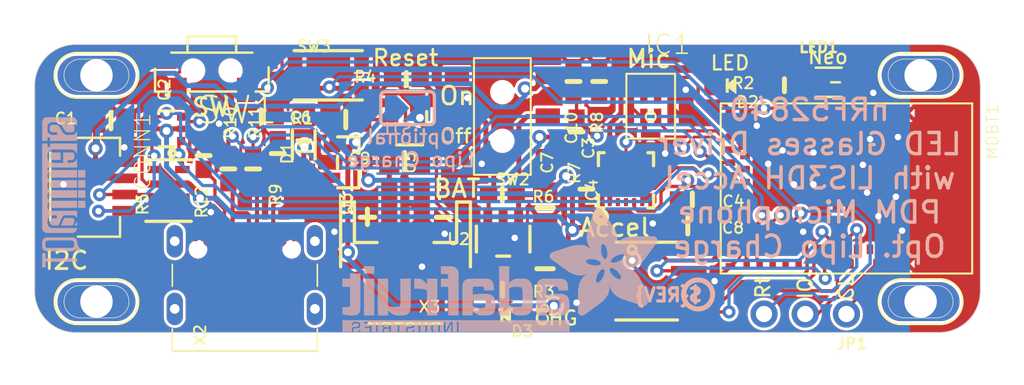
<source format=kicad_pcb>
(kicad_pcb (version 20221018) (generator pcbnew)
  (layers (0 "F.Cu" signal) (31 "B.Cu" signal) (34 "B.Paste" user) (35 "F.Paste" user) (36 "B.SilkS" user "B.Silkscreen") (37 "F.SilkS" user "F.Silkscreen") (38 "B.Mask" user) (39 "F.Mask" user) (44 "Edge.Cuts" user))
  (net 0 "")
  (net 1 "GND")
  (net 2 "VBUS")
  (net 3 "SWDIO")
  (net 4 "SWCLK")
  (net 5 "3.3V")
  (net 6 "RESET")
  (net 7 "VBAT")
  (net 8 "N$1")
  (net 9 "N$11")
  (net 10 "N$12")
  (net 11 "EN")
  (net 12 "USBD+")
  (net 13 "USBD-")
  (net 14 "VHI")
  (net 15 "SDA")
  (net 16 "SCL")
  (net 17 "VDIV")
  (net 18 "QSPI_SCK")
  (net 19 "QSPI_DATA1")
  (net 20 "QSPI_DATA2")
  (net 21 "QSPI_DATA3")
  (net 22 "QSPI_CS")
  (net 23 "QSPI_DATA0")
  (net 24 "NEOPIX")
  (net 25 "D+")
  (net 26 "D-")
  (net 27 "DCCH")
  (net 28 "LED1")
  (net 29 "N$5")
  (net 30 "SWITCH")
  (net 31 "N$2")
  (net 32 "CC2")
  (net 33 "CC1")
  (net 34 "MICC")
  (net 35 "MICD")
  (net 36 "VIN")
  (net 37 "LISIRQ")
  (net 38 "SDA_5V")
  (net 39 "SCL_5V")
  (footprint "working:SOIC8_150MIL" (layer "F.Cu") (at 157.0736 110.7186 -90)
    (fp_text reference "IC2" hide)
    (fp_text value "GD25Q16" hide)
  )
  (footprint "working:0603-NO" (layer "F.Cu") (at 154.1526 98.3996 -90)
    (fp_text reference "R8")
    (fp_text value "100K")
  )
  (footprint "working:SPST_TACTILE_RA" (layer "F.Cu") (at 130.2766 98.0186 180)
    (fp_text reference "SW1")
    (fp_text value "TACT_RA" hide)
  )
  (footprint "working:FIDUCIAL_1MM" (layer "F.Cu") (at 170.7261 96.8756)
    (fp_text reference "FID1" hide)
    (fp_text value "FIDUCIAL_1MM" hide)
  )
  (footprint "working:0603-NO" (layer "F.Cu") (at 148.1836 105.3846)
    (fp_text reference "R6")
    (fp_text value "100K")
  )
  (footprint "working:JST_SH4" (layer "F.Cu") (at 122.4026 104.8766 -90)
    (fp_text reference "CONN1")
    (fp_text value "STEMMA_I2C_QT" hide)
  )
  (footprint "working:0805-NO" (layer "F.Cu") (at 142.1638 103.2891 180)
    (fp_text reference "C9")
    (fp_text value "10uF")
  )
  (footprint "working:SLOT_4MM_PLATED" (layer "F.Cu") (at 173.9646 111.9886)
    (fp_text reference "U$14" hide)
    (fp_text value "MOUNTINGHOLE_SLOT4MM" hide)
    (fp_line (start -1 -1) (end 1 -1) (stroke (width 0.05)) (layer "Edge.Cuts"))
    (fp_line (start 1 1) (end -1 1) (stroke (width 0.05)) (layer "Edge.Cuts"))
    (fp_arc (start -2 0) (mid -1.707107 -0.707107) (end -1 -1) (stroke (width 0.05)) (layer "Edge.Cuts"))
    (fp_arc (start -1 1) (mid -1.707107 0.707107) (end -2 0) (stroke (width 0.05)) (layer "Edge.Cuts"))
    (fp_arc (start 1 -1) (mid 1.707107 -0.707107) (end 2 0) (stroke (width 0.05)) (layer "Edge.Cuts"))
    (fp_arc (start 2 0) (mid 1.707107 0.707107) (end 1 1) (stroke (width 0.05)) (layer "Edge.Cuts"))
  )
  (footprint "working:CHIPLED_0805_NOOUTLINE" (layer "F.Cu") (at 162.2806 98.6536 90)
    (fp_text reference "D2")
    (fp_text value "RED")
  )
  (footprint "working:SOT23-R" (layer "F.Cu") (at 138.684 103.3907 -90)
    (fp_text reference "Q3")
    (fp_text value "DMG2305")
  )
  (footprint "working:SLOT_4MM_PLATED" (layer "F.Cu") (at 173.9646 98.0186)
    (fp_text reference "U$16" hide)
    (fp_text value "MOUNTINGHOLE_SLOT4MM" hide)
    (fp_line (start -1 -1) (end 1 -1) (stroke (width 0.05)) (layer "Edge.Cuts"))
    (fp_line (start 1 1) (end -1 1) (stroke (width 0.05)) (layer "Edge.Cuts"))
    (fp_arc (start -2 0) (mid -1.707107 -0.707107) (end -1 -1) (stroke (width 0.05)) (layer "Edge.Cuts"))
    (fp_arc (start -1 1) (mid -1.707107 0.707107) (end -2 0) (stroke (width 0.05)) (layer "Edge.Cuts"))
    (fp_arc (start 1 -1) (mid 1.707107 -0.707107) (end 2 0) (stroke (width 0.05)) (layer "Edge.Cuts"))
    (fp_arc (start 2 0) (mid 1.707107 0.707107) (end 1 1) (stroke (width 0.05)) (layer "Edge.Cuts"))
  )
  (footprint "working:0603-NO" (layer "F.Cu") (at 134.3406 102.8446 -90)
    (fp_text reference "R9")
    (fp_text value "5.1K")
  )
  (footprint "working:USB_C_CUSB31-CFM2AX-01-X" (layer "F.Cu") (at 132.3086 111.2266)
    (fp_text reference "X2")
    (fp_text value "USBC")
  )
  (footprint "working:0603-NO" (layer "F.Cu") (at 152.7556 101.5111 -90)
    (fp_text reference "R7")
    (fp_text value "100K")
  )
  (footprint "working:FIDUCIAL_1MM" (layer "F.Cu") (at 125.6411 109.0041)
    (fp_text reference "FID2" hide)
    (fp_text value "FIDUCIAL_1MM" hide)
  )
  (footprint "working:0805-NO" (layer "F.Cu") (at 150.8125 109.9566 -90)
    (fp_text reference "C5")
    (fp_text value "10uF")
  )
  (footprint "working:SOT23-5" (layer "F.Cu") (at 148.2344 108.1278 180)
    (fp_text reference "U2")
    (fp_text value "AP2112(3.3V)")
  )
  (footprint "working:0805-NO" (layer "F.Cu") (at 124.0536 100.8126 180)
    (fp_text reference "C1")
    (fp_text value "10uF")
  )
  (footprint "working:SOT363" (layer "F.Cu") (at 127.4826 101.3206 90)
    (fp_text reference "Q2")
    (fp_text value "BSS138")
  )
  (footprint "working:CHIPLED_0805_NOOUTLINE" (layer "F.Cu") (at 148.3868 112.8014 90)
    (fp_text reference "D3")
    (fp_text value "ORANGE")
  )
  (footprint "working:0603-NO" (layer "F.Cu") (at 132.8166 103.7971 90)
    (fp_text reference "R11")
    (fp_text value "22")
  )
  (footprint "working:SOT23-5" (layer "F.Cu") (at 142.4686 100.6602 -90)
    (fp_text reference "U3")
    (fp_text value "MCP73831T-2ACI/OT")
  )
  (footprint "working:0603-NO" (layer "F.Cu") (at 131.2926 103.7971 90)
    (fp_text reference "R10")
    (fp_text value "22")
  )
  (footprint "working:SPK0415HM4H" (layer "F.Cu") (at 157.3276 99.9236 180)
    (fp_text reference "IC1")
    (fp_text value "MIC_PDM_SPK0415")
  )
  (footprint "working:SOD-123" (layer "F.Cu") (at 135.9408 102.3112 90)
    (fp_text reference "D1")
    (fp_text value "MBR120")
  )
  (footprint "working:0603-NO" (layer "F.Cu") (at 159.893 105.6767)
    (fp_text reference "C4")
    (fp_text value "0.1uF")
  )
  (footprint "working:SK6805_1515" (layer "F.Cu") (at 168.2938 98.4488)
    (fp_text reference "LED1")
    (fp_text value "WS2812B_SK6805_1515")
  )
  (footprint "working:EG1390" (layer "F.Cu") (at 148.1836 100.5586 90)
    (fp_text reference "SW2")
    (fp_text value "EG11")
  )
  (footprint "working:0805-NO" (layer "F.Cu") (at 159.6136 107.3023)
    (fp_text reference "C8")
    (fp_text value "10uF")
  )
  (footprint "working:SLOT_4MM_PLATED" (layer "F.Cu") (at 123.1646 111.9886)
    (fp_text reference "U$12" hide)
    (fp_text value "MOUNTINGHOLE_SLOT4MM" hide)
    (fp_line (start -1 -1) (end 1 -1) (stroke (width 0.05)) (layer "Edge.Cuts"))
    (fp_line (start 1 1) (end -1 1) (stroke (width 0.05)) (layer "Edge.Cuts"))
    (fp_arc (start -2 0) (mid -1.707107 -0.707107) (end -1 -1) (stroke (width 0.05)) (layer "Edge.Cuts"))
    (fp_arc (start -1 1) (mid -1.707107 0.707107) (end -2 0) (stroke (width 0.05)) (layer "Edge.Cuts"))
    (fp_arc (start 1 -1) (mid 1.707107 -0.707107) (end 2 0) (stroke (width 0.05)) (layer "Edge.Cuts"))
    (fp_arc (start 2 0) (mid 1.707107 0.707107) (end 1 1) (stroke (width 0.05)) (layer "Edge.Cuts"))
  )
  (footprint "working:0805-NO" (layer "F.Cu") (at 150.8252 106.1974 90)
    (fp_text reference "C7")
    (fp_text value "10uF")
  )
  (footprint "working:1X03_ROUND" (layer "F.Cu") (at 166.8526 112.7506 180)
    (fp_text reference "JP1")
    (fp_text value "")
  )
  (footprint "working:RESPACK_4X0603" (layer "F.Cu") (at 127.6096 105.1306 90)
    (fp_text reference "R5")
    (fp_text value "10K")
  )
  (footprint "working:JSTPH2_BATT" (layer "F.Cu") (at 142.2146 110.3376 180)
    (fp_text reference "X3")
    (fp_text value "JSTPH")
  )
  (footprint "working:0603-NO" (layer "F.Cu") (at 153.3652 105.0417 90)
    (fp_text reference "C3")
    (fp_text value "0.1uF")
  )
  (footprint "working:0805-NO" (layer "F.Cu") (at 138.5316 100.7491 180)
    (fp_text reference "C6")
    (fp_text value "10uF")
  )
  (footprint "working:SLOT_4MM_PLATED" (layer "F.Cu") (at 123.1646 98.0186)
    (fp_text reference "U$10" hide)
    (fp_text value "MOUNTINGHOLE_SLOT4MM" hide)
    (fp_line (start -1 -1) (end 1 -1) (stroke (width 0.05)) (layer "Edge.Cuts"))
    (fp_line (start 1 1) (end -1 1) (stroke (width 0.05)) (layer "Edge.Cuts"))
    (fp_arc (start -2 0) (mid -1.707107 -0.707107) (end -1 -1) (stroke (width 0.05)) (layer "Edge.Cuts"))
    (fp_arc (start -1 1) (mid -1.707107 0.707107) (end -2 0) (stroke (width 0.05)) (layer "Edge.Cuts"))
    (fp_arc (start 1 -1) (mid 1.707107 -0.707107) (end 2 0) (stroke (width 0.05)) (layer "Edge.Cuts"))
    (fp_arc (start 2 0) (mid 1.707107 0.707107) (end 1 1) (stroke (width 0.05)) (layer "Edge.Cuts"))
  )
  (footprint "working:LGA16_3X3MM" (layer "F.Cu") (at 155.8036 104.4956 90)
    (fp_text reference "IC4")
    (fp_text value "LIS3DH")
  )
  (footprint "working:0603-NO" (layer "F.Cu") (at 133.3246 100.5586)
    (fp_text reference "R1")
    (fp_text value "100K")
  )
  (footprint "working:0603-NO" (layer "F.Cu") (at 142.2654 98.2472 180)
    (fp_text reference "R4")
    (fp_text value "5.1K")
  )
  (footprint "working:0603-NO" (layer "F.Cu") (at 129.7686 102.9716 -90)
    (fp_text reference "R12")
    (fp_text value "5.1K")
  )
  (footprint "working:MDBT50" (layer "F.Cu") (at 169.3926 105.0036 -90)
    (fp_text reference "MDBT1")
    (fp_text value "MDBT50")
  )
  (footprint "working:0603-NO" (layer "F.Cu") (at 165.5699 98.6282 180)
    (fp_text reference "R2")
    (fp_text value "1K")
  )
  (footprint "working:0603-NO" (layer "F.Cu") (at 148.1963 111.252)
    (fp_text reference "R3")
    (fp_text value "1K")
  )
  (footprint "working:0603-NO" (layer "F.Cu") (at 152.5651 98.3996 -90)
    (fp_text reference "C10")
    (fp_text value "0.1uF")
  )
  (footprint "working:BTN_KMR2_4.6X2.8" (layer "F.Cu") (at 137.4521 98.0186)
    (fp_text reference "SW3")
    (fp_text value "KMR2")
  )
  (footprint "working:STEMMAQT" (layer "B.Cu") (at 122.4661 100.6221 -90)
    (fp_text reference "U$28" hide)
    (fp_text value "" hide)
  )
  (footprint "working:SOLDERJUMPER_ARROW_NOPASTE" (layer "B.Cu") (at 142.3416 100.0506)
    (fp_text reference "SJ1")
    (fp_text value "")
  )
  (footprint "working:PCBFEAT-REV-040" (layer "B.Cu") (at 160.2486 111.5441 180)
    (fp_text reference "U$63" hide)
    (fp_text value "" hide)
  )
  (footprint "working:ADAFRUIT_TEXT_20MM" (layer "B.Cu") (at 157.8991 113.8301 180)
    (fp_text reference "U$37" hide)
    (fp_text value "" hide)
  )
  (gr_arc (start 119.3546 98.6536) (mid 120.098549 96.857549) (end 121.8946 96.1136) (stroke (width 0.05)) (layer "Edge.Cuts"))
  (gr_arc (start 175.1076 96.1136) (mid 176.903651 96.857549) (end 177.6476 98.6536) (stroke (width 0.05)) (layer "Edge.Cuts"))
  (gr_line (start 175.1076 96.1136) (end 121.8946 96.1136) (stroke (width 0.05)) (layer "Edge.Cuts"))
  (gr_line (start 121.8946 113.8936) (end 175.1076 113.8936) (stroke (width 0.05)) (layer "Edge.Cuts"))
  (gr_arc (start 121.8946 113.8936) (mid 120.098549 113.149651) (end 119.3546 111.3536) (stroke (width 0.05)) (layer "Edge.Cuts"))
  (gr_line (start 119.3546 98.6536) (end 119.3546 111.3536) (stroke (width 0.05)) (layer "Edge.Cuts"))
  (gr_line (start 177.6476 111.3536) (end 177.6476 98.6536) (stroke (width 0.05)) (layer "Edge.Cuts"))
  (gr_arc (start 177.6476 111.3536) (mid 176.903651 113.149651) (end 175.1076 113.8936) (stroke (width 0.05)) (layer "Edge.Cuts"))
  (gr_text "Optional\nLipo Charge" (at 142.5321 102.5271) (layer "B.SilkS") (effects (font (size 0.87376 0.87376) (thickness 0.14224)) (justify mirror)))
  (gr_text "nRF52840\nLED Glasses Driver\nwith LIS3DH Accel\nPDM Microphone\nOpt. Lipo Charge" (at 167.1066 104.3686) (layer "B.SilkS") (effects (font (size 1.31064 1.31064) (thickness 0.21336)) (justify mirror)))
  (gr_text "LED" (at 162.2171 97.2566) (layer "F.SilkS") (effects (font (size 0.87376 0.87376) (thickness 0.14224))))
  (gr_text "IO" (at 166.8526 111.1631 90) (layer "F.SilkS") (effects (font (size 0.87376 0.87376) (thickness 0.14224))))
  (gr_text "I2C" (at 121.3231 109.4486) (layer "F.SilkS") (effects (font (size 1.0922 1.0922) (thickness 0.1778))))
  (gr_text "Neo" (at 168.2496 96.8756) (layer "F.SilkS") (effects (font (size 0.87376 0.87376) (thickness 0.14224))))
  (gr_text "On" (at 145.3896 99.2886) (layer "F.SilkS") (effects (font (size 1.0922 1.0922) (thickness 0.1778))))
  (gr_text "BAT" (at 145.3896 105.0036) (layer "F.SilkS") (effects (font (size 1.0922 1.0922) (thickness 0.1778))))
  (gr_text "SW" (at 130.2131 99.9871) (layer "F.SilkS") (effects (font (size 1.0922 1.0922) (thickness 0.1778))))
  (gr_text "CL" (at 169.3926 111.1631 90) (layer "F.SilkS") (effects (font (size 0.87376 0.87376) (thickness 0.14224))))
  (gr_text "Mic" (at 157.2006 97.0026) (layer "F.SilkS") (effects (font (size 1.0922 1.0922) (thickness 0.1778))))
  (gr_text "Reset" (at 142.2146 96.9391) (layer "F.SilkS") (effects (font (size 0.98298 0.98298) (thickness 0.16002))))
  (gr_text "Accel" (at 155.1051 107.4166) (layer "F.SilkS") (effects (font (size 1.0922 1.0922) (thickness 0.1778))))
  (gr_text "Off" (at 145.3261 101.7651) (layer "F.SilkS") (effects (font (size 0.87376 0.87376) (thickness 0.14224))))
  (gr_text "Rt" (at 164.2491 111.0996 90) (layer "F.SilkS") (effects (font (size 0.87376 0.87376) (thickness 0.14224))))
  (gr_text "CHG" (at 151.4856 113.0046) (layer "F.SilkS") (effects (font (size 0.87376 0.87376) (thickness 0.14224))))
  (segment (start 139.6692 99.548) (end 140.131331 99.548) (width 0.2032) (layer "F.Cu") (net 1))
  (segment (start 141.1685 100.6602) (end 141.0796 100.7491) (width 0.2032) (layer "F.Cu") (net 1))
  (segment (start 140.1826 99.5426) (end 140.2891 99.4361) (width 0.2032) (layer "F.Cu") (net 1))
  (segment (start 156.8036 105.8456) (end 156.8036 105.53955) (width 0.2032) (layer "F.Cu") (net 1))
  (segment (start 156.9466 101.5746) (end 156.9466 102.1216) (width 0.2032) (layer "F.Cu") (net 1))
  (segment (start 156.3036 103.1456) (end 156.3036 103.6146) (width 0.2032) (layer "F.Cu") (net 1))
  (segment (start 140.136731 99.5426) (end 140.1826 99.5426) (width 0.2032) (layer "F.Cu") (net 1))
  (segment (start 155.2956 103.7336) (end 155.2956 103.1536) (width 0.2032) (layer "F.Cu") (net 1))
  (segment (start 156.9466 101.5746) (end 157.3276 101.5746) (width 0.2032) (layer "F.Cu") (net 1))
  (segment (start 149.2393 107.7579) (end 149.596175 107.7579) (width 0.3048) (layer "F.Cu") (net 1))
  (segment (start 141.0796 100.7491) (end 139.4816 100.7491) (width 0.2032) (layer "F.Cu") (net 1))
  (segment (start 156.8196 104.4956) (end 156.5656 104.7496) (width 0.2032) (layer "F.Cu") (net 1))
  (segment (start 139.4816 100.7491) (end 139.5476 100.6831) (width 0.2032) (layer "F.Cu") (net 1))
  (segment (start 159.043 105.6767) (end 159.043 106.9229) (width 0.2032) (layer "F.Cu") (net 1))
  (segment (start 156.0576 103.8606) (end 155.4226 103.8606) (width 0.2032) (layer "F.Cu") (net 1))
  (segment (start 155.2956 103.1536) (end 155.3036 103.1456) (width 0.2032) (layer "F.Cu") (net 1))
  (segment (start 156.9466 102.1216) (end 156.3036 102.7646) (width 0.2032) (layer "F.Cu") (net 1))
  (segment (start 167.7938 97.9988) (end 167.3408 97.9988) (width 0.2032) (layer "F.Cu") (net 1))
  (segment (start 156.9026 100.5486) (end 156.7026 100.5486) (width 0.2032) (layer "F.Cu") (net 1))
  (segment (start 157.549662 104.4528) (end 158.2166 103.785863) (width 0.2032) (layer "F.Cu") (net 1))
  (segment (start 156.9466 100.5926) (end 156.9466 101.5746) (width 0.3048) (layer "F.Cu") (net 1))
  (segment (start 149.596175 107.7579) (end 150.206675 107.1474) (width 0.3048) (layer "F.Cu") (net 1))
  (segment (start 139.5476 99.6696) (end 139.6692 99.548) (width 0.2032) (layer "F.Cu") (net 1))
  (segment (start 166.9796 97.6376) (end 161.1376 97.6376) (width 0.2032) (layer "F.Cu") (net 1))
  (segment (start 132.4746 100.5586) (end 132.6896 100.5586) (width 0.2032) (layer "F.Cu") (net 1))
  (segment (start 158.2166 103.785863) (end 158.2166 102.8446) (width 0.2032) (layer "F.Cu") (net 1))
  (segment (start 129.1086 107.6816) (end 129.1086 106.9336) (width 0.3048) (layer "F.Cu") (net 1))
  (segment (start 156.7026 100.5486) (end 156.0776 99.9236) (width 0.2032) (layer "F.Cu") (net 1))
  (segment (start 157.1536 104.4956) (end 157.1964 104.4528) (width 0.2032) (layer "F.Cu") (net 1))
  (segment (start 129.1086 106.9336) (end 129.5781 106.4641) (width 0.3048) (layer "F.Cu") (net 1))
  (segment (start 148.9456 108.0516) (end 149.2393 107.7579) (width 0.3048) (layer "F.Cu") (net 1))
  (segment (start 156.8196 104.4956) (end 157.1536 104.4956) (width 0.2032) (layer "F.Cu") (net 1))
  (segment (start 156.3036 103.1456) (end 156.3036 102.7646) (width 0.2032) (layer "F.Cu") (net 1))
  (segment (start 156.3036 103.6146) (end 156.0576 103.8606) (width 0.2032) (layer "F.Cu") (net 1))
  (segment (start 140.131331 99.548) (end 140.136731 99.5426) (width 0.2032) (layer "F.Cu") (net 1))
  (segment (start 155.4226 103.8606) (end 155.2956 103.7336) (width 0.2032) (layer "F.Cu") (net 1))
  (segment (start 167.3408 97.9988) (end 166.9796 97.6376) (width 0.2032) (layer "F.Cu") (net 1))
  (segment (start 159.043 106.9229) (end 158.6636 107.3023) (width 0.2032) (layer "F.Cu") (net 1))
  (segment (start 132.6896 100.5586) (end 134.1256 101.9946) (width 0.2032) (layer "F.Cu") (net 1))
  (segment (start 139.5476 100.6831) (end 139.5476 99.6696) (width 0.2032) (layer "F.Cu") (net 1))
  (segment (start 129.5781 106.4641) (end 130.2131 106.4641) (width 0.3048) (layer "F.Cu") (net 1))
  (segment (start 157.1964 104.4528) (end 157.549662 104.4528) (width 0.2032) (layer "F.Cu") (net 1))
  (segment (start 157.3276 101.5746) (end 157.3276 101.6736) (width 0.2032) (layer "F.Cu") (net 1))
  (segment (start 150.206675 107.1474) (end 150.8252 107.1474) (width 0.3048) (layer "F.Cu") (net 1))
  (segment (start 158.2166 102.5626) (end 158.2166 102.8446) (width 0.2032) (layer "F.Cu") (net 1))
  (segment (start 161.1376 97.6376) (end 161.1376 98.5606) (width 0.2032) (layer "F.Cu") (net 1))
  (segment (start 134.1256 101.9946) (end 134.3406 101.9946) (width 0.2032) (layer "F.Cu") (net 1))
  (segment (start 156.5656 105.30155) (end 156.5656 104.7496) (width 0.2032) (layer "F.Cu") (net 1))
  (segment (start 157.3276 101.6736) (end 158.2166 102.5626) (width 0.2032) (layer "F.Cu") (net 1))
  (segment (start 161.1376 98.5606) (end 161.2306 98.6536) (width 0.2032) (layer "F.Cu") (net 1))
  (segment (start 156.9026 100.5486) (end 156.9466 100.5926) (width 0.3048) (layer "F.Cu") (net 1))
  (segment (start 156.8036 105.53955) (end 156.5656 105.30155) (width 0.2032) (layer "F.Cu") (net 1))
  (via (at 148.9456 108.0516) (size 0.8064) (drill 0.4) (layers "F.Cu" "B.Cu") (net 1))
  (via (at 163.8681 101.1301) (size 0.8064) (drill 0.4) (layers "F.Cu" "B.Cu") (net 1))
  (via (at 172.8216 107.6071) (size 0.8064) (drill 0.4) (layers "F.Cu" "B.Cu") (net 1))
  (via (at 137.8331 107.6706) (size 0.8064) (drill 0.4) (layers "F.Cu" "B.Cu") (net 1))
  (via (at 159.4866 98.9076) (size 0.8064) (drill 0.4) (layers "F.Cu" "B.Cu") (net 1))
  (via (at 121.1326 104.7496) (size 0.8064) (drill 0.4) (layers "F.Cu" "B.Cu") (net 1))
  (via (at 166.7256 107.6706) (size 0.8064) (drill 0.4) (layers "F.Cu" "B.Cu") (net 1))
  (via (at 143.2306 109.8296) (size 0.8064) (drill 0.4) (layers "F.Cu" "B.Cu") (net 1))
  (via (at 172.5676 101.8286) (size 0.8064) (drill 0.4) (layers "F.Cu" "B.Cu") (net 1))
  (via (at 130.2131 106.4641) (size 0.8064) (drill 0.4) (layers "F.Cu" "B.Cu") (net 1))
  (via (at 170.8531 101.9556) (size 0.8064) (drill 0.4) (layers "F.Cu" "B.Cu") (net 1))
  (via (at 165.4556 102.6541) (size 0.8064) (drill 0.4) (layers "F.Cu" "B.Cu") (net 1))
  (via (at 146.9136 103.4796) (size 0.8064) (drill 0.4) (layers "F.Cu" "B.Cu") (net 1))
  (via (at 170.6626 105.2576) (size 0.8064) (drill 0.4) (layers "F.Cu" "B.Cu") (net 1))
  (via (at 152.7556 112.0521) (size 0.8064) (drill 0.4) (layers "F.Cu" "B.Cu") (net 1))
  (via (at 161.2646 110.7186) (size 0.8064) (drill 0.4) (layers "F.Cu" "B.Cu") (net 1))
  (via (at 144.6276 107.7976) (size 0.8064) (drill 0.4) (layers "F.Cu" "B.Cu") (net 1))
  (via (at 130.7211 101.0031) (size 0.8064) (drill 0.4) (layers "F.Cu" "B.Cu") (net 1))
  (via (at 166.1541 104.7496) (size 0.8064) (drill 0.4) (layers "F.Cu" "B.Cu") (net 1))
  (via (at 167.3606 104.7496) (size 0.8064) (drill 0.4) (layers "F.Cu" "B.Cu") (net 1))
  (via (at 171.0436 99.0981) (size 0.8064) (drill 0.4) (layers "F.Cu" "B.Cu") (net 1))
  (via (at 167.3606 102.7811) (size 0.8064) (drill 0.4) (layers "F.Cu" "B.Cu") (net 1))
  (via (at 164.5666 103.4796) (size 0.8064) (drill 0.4) (layers "F.Cu" "B.Cu") (net 1))
  (via (at 124.8791 102.4636) (size 0.8064) (drill 0.4) (layers "F.Cu" "B.Cu") (net 1))
  (via (at 171.3611 106.7181) (size 0.8064) (drill 0.4) (layers "F.Cu" "B.Cu") (net 1))
  (via (at 157.4546 107.1626) (size 0.8064) (drill 0.4) (layers "F.Cu" "B.Cu") (net 1))
  (via (at 158.2166 102.8446) (size 0.8064) (drill 0.4) (layers "F.Cu" "B.Cu") (net 1))
  (via (at 146.0246 99.4156) (size 0.8064) (drill 0.4) (layers "F.Cu" "B.Cu") (net 1))
  (via (at 172.4406 105.5116) (size 0.8064) (drill 0.4) (layers "F.Cu" "B.Cu") (net 1))
  (via (at 170.4086 103.5431) (size 0.8064) (drill 0.4) (layers "F.Cu" "B.Cu") (net 1))
  (segment (start 137.684 100.8515) (end 137.684 102.4407) (width 0.3048) (layer "F.Cu") (net 2))
  (segment (start 157.8356 108.9406) (end 157.2006 108.9406) (width 0.3048) (layer "F.Cu") (net 2))
  (segment (start 134.7086 107.6816) (end 134.7086 108.3166) (width 0.3048) (layer "F.Cu") (net 2))
  (segment (start 138.6586 108.9406) (end 138.6586 102.7176) (width 0.3048) (layer "F.Cu") (net 2))
  (segment (start 129.9086 108.3186) (end 131.1656 109.5756) (width 0.3048) (layer "F.Cu") (net 2))
  (segment (start 149.4368 112.8014) (end 150.7998 112.8014) (width 0.3048) (layer "F.Cu") (net 2))
  (segment (start 137.5816 100.7491) (end 137.684 100.8515) (width 0.3048) (layer "F.Cu") (net 2))
  (segment (start 162.2426 109.0036) (end 161.5826 109.0036) (width 0.3048) (layer "F.Cu") (net 2))
  (segment (start 138.1506 108.9406) (end 137.1346 109.9566) (width 0.3048) (layer "F.Cu") (net 2))
  (segment (start 158.3436 109.4486) (end 157.8356 108.9406) (width 0.254) (layer "F.Cu") (net 2))
  (segment (start 157.2006 108.9406) (end 156.3116 108.0516) (width 0.3048) (layer "F.Cu") (net 2))
  (segment (start 152.8826 108.4326) (end 152.8826 110.8456) (width 0.3048) (layer "F.Cu") (net 2))
  (segment (start 138.7856 102.5271) (end 138.7856 102.4636) (width 0.3048) (layer "F.Cu") (net 2))
  (segment (start 138.6586 108.9406) (end 138.1506 108.9406) (width 0.3048) (layer "F.Cu") (net 2))
  (segment (start 156.3116 108.0516) (end 153.2636 108.0516) (width 0.3048) (layer "F.Cu") (net 2))
  (segment (start 133.4516 109.5756) (end 134.7086 108.3186) (width 0.3048) (layer "F.Cu") (net 2))
  (segment (start 139.1666 102.1461) (end 138.7856 102.5271) (width 0.3048) (layer "F.Cu") (net 2))
  (segment (start 134.9516 109.9566) (end 134.3276 109.3326) (width 0.3048) (layer "F.Cu") (net 2))
  (segment (start 136.2287 100.7491) (end 137.5816 100.7491) (width 0.3048) (layer "F.Cu") (net 2))
  (segment (start 135.8434 100.5586) (end 135.9408 100.4612) (width 0.3048) (layer "F.Cu") (net 2))
  (segment (start 150.7998 112.8014) (end 151.3586 112.2426) (width 0.3048) (layer "F.Cu") (net 2))
  (segment (start 137.1346 109.9566) (end 134.9516 109.9566) (width 0.3048) (layer "F.Cu") (net 2))
  (segment (start 134.3276 108.6976) (end 134.3276 109.3326) (width 0.3048) (layer "F.Cu") (net 2))
  (segment (start 138.7856 102.5906) (end 138.6586 102.7176) (width 0.3048) (layer "F.Cu") (net 2))
  (segment (start 131.1656 109.5756) (end 133.4516 109.5756) (width 0.3048) (layer "F.Cu") (net 2))
  (segment (start 135.9408 100.4612) (end 136.2287 100.7491) (width 0.3048) (layer "F.Cu") (net 2))
  (segment (start 138.7856 102.4636) (end 138.7627 102.4407) (width 0.3048) (layer "F.Cu") (net 2))
  (segment (start 152.8826 110.8456) (end 151.4856 112.2426) (width 0.3048) (layer "F.Cu") (net 2))
  (segment (start 134.7086 108.3186) (end 134.7086 107.6816) (width 0.3048) (layer "F.Cu") (net 2))
  (segment (start 134.7086 108.3166) (end 134.3276 108.6976) (width 0.3048) (layer "F.Cu") (net 2))
  (segment (start 161.5826 109.0036) (end 161.2646 109.3216) (width 0.3048) (layer "F.Cu") (net 2))
  (segment (start 151.3586 112.2426) (end 151.4856 112.2426) (width 0.3048) (layer "F.Cu") (net 2))
  (segment (start 153.2636 108.0516) (end 152.8826 108.4326) (width 0.3048) (layer "F.Cu") (net 2))
  (segment (start 161.1376 109.4486) (end 158.3436 109.4486) (width 0.254) (layer "F.Cu") (net 2))
  (segment (start 161.2646 109.3216) (end 161.1376 109.4486) (width 0.254) (layer "F.Cu") (net 2))
  (segment (start 138.7856 102.5906) (end 138.7856 102.5271) (width 0.3048) (layer "F.Cu") (net 2))
  (segment (start 138.7627 102.4407) (end 137.684 102.4407) (width 0.3048) (layer "F.Cu") (net 2))
  (segment (start 134.1746 100.5586) (end 135.8434 100.5586) (width 0.3048) (layer "F.Cu") (net 2))
  (segment (start 129.9086 107.6816) (end 129.9086 108.3186) (width 0.3048) (layer "F.Cu") (net 2))
  (via (at 138.6586 108.9406) (size 0.889) (drill 0.4826) (layers "F.Cu" "B.Cu") (net 2))
  (via (at 139.1666 102.1461) (size 0.889) (drill 0.4826) (layers "F.Cu" "B.Cu") (net 2))
  (via (at 151.3586 112.2426) (size 0.889) (drill 0.4826) (layers "F.Cu" "B.Cu") (net 2))
  (segment (start 138.6586 109.3216) (end 138.6586 108.9406) (width 0.3048) (layer "B.Cu") (net 2))
  (segment (start 141.5796 112.2426) (end 138.6586 109.3216) (width 0.3048) (layer "B.Cu") (net 2))
  (segment (start 139.476628 102.1461) (end 139.1666 102.1461) (width 0.3048) (layer "B.Cu") (net 2))
  (segment (start 141.3256 100.0506) (end 139.476628 102.1461) (width 0.3048) (layer "B.Cu") (net 2))
  (segment (start 151.3586 112.2426) (end 141.5796 112.2426) (width 0.3048) (layer "B.Cu") (net 2))
  (segment (start 169.7966 111.0996) (end 169.5196 111.0996) (width 0.2032) (layer "F.Cu") (net 3))
  (segment (start 171.2426 109.6536) (end 169.7966 111.0996) (width 0.2032) (layer "F.Cu") (net 3))
  (segment (start 169.5196 111.0996) (end 168.8846 111.7346) (width 0.2032) (layer "F.Cu") (net 3))
  (segment (start 168.6306 111.7346) (end 167.6146 112.7506) (width 0.2032) (layer "F.Cu") (net 3))
  (segment (start 166.8526 112.7506) (end 167.6146 112.7506) (width 0.2032) (layer "F.Cu") (net 3))
  (segment (start 168.8846 111.7346) (end 168.6306 111.7346) (width 0.2032) (layer "F.Cu") (net 3))
  (segment (start 172.0426 109.78465) (end 169.361625 112.465625) (width 0.2032) (layer "F.Cu") (net 4))
  (segment (start 172.0426 109.6536) (end 172.0426 109.78465) (width 0.2032) (layer "F.Cu") (net 4))
  (segment (start 169.3926 112.7506) (end 169.361625 112.719625) (width 0.2032) (layer "F.Cu") (net 4))
  (segment (start 169.361625 112.719625) (end 169.361625 112.465625) (width 0.2032) (layer "F.Cu") (net 4))
  (segment (start 127.6096 101.3206) (end 127.4826 101.4476) (width 0.3048) (layer "F.Cu") (net 5))
  (segment (start 154.4536 104.4956) (end 154.4536 104.9956) (width 0.3048) (layer "F.Cu") (net 5))
  (segment (start 157.1536 103.9956) (end 156.6046 103.9956) (width 0.3048) (layer "F.Cu") (net 5))
  (segment (start 155.9941 97.9551) (end 155.497 98.4522) (width 0.3048) (layer "F.Cu") (net 5))
  (segment (start 169.4923 97.0661) (end 156.8831 97.0661) (width 0.3048) (layer "F.Cu") (net 5))
  (segment (start 152.5016 107.4166) (end 152.2476 107.4166) (width 0.3048) (layer "F.Cu") (net 5))
  (segment (start 160.743 105.6767) (end 160.5636 105.8561) (width 0.3048) (layer "F.Cu") (net 5))
  (segment (start 154.8036 103.1456) (end 154.8036 103.6456) (width 0.3048) (layer "F.Cu") (net 5))
  (segment (start 149.1844 109.4279) (end 149.1844 109.5549) (width 0.3048) (layer "F.Cu") (net 5))
  (segment (start 157.5816 108.4326) (end 156.5656 107.4166) (width 0.3048) (layer "F.Cu") (net 5))
  (segment (start 169.4923 97.0661) (end 169.4923 98.8988) (width 0.3048) (layer "F.Cu") (net 5))
  (segment (start 154.4536 103.9956) (end 154.4536 104.4956) (width 0.3048) (layer "F.Cu") (net 5))
  (segment (start 160.5636 107.9236) (end 160.5636 107.3023) (width 0.3048) (layer "F.Cu") (net 5))
  (segment (start 127.1351 103.8306) (end 128.0351 104.7306) (width 0.3048) (layer "F.Cu") (net 5))
  (segment (start 156.5656 107.4166) (end 152.5016 107.4166) (width 0.3048) (layer "F.Cu") (net 5))
  (segment (start 150.8125 110.9066) (end 150.4315 110.5256) (width 0.3048) (layer "F.Cu") (net 5))
  (segment (start 154.8036 101.0506) (end 155.497 100.3572) (width 0.3048) (layer "F.Cu") (net 5))
  (segment (start 154.4536 103.9956) (end 154.386796 103.995604) (width 0.3048) (layer "F.Cu") (net 5))
  (segment (start 156.1846 98.2726) (end 155.9941 98.0821) (width 0.3048) (layer "F.Cu") (net 5))
  (segment (start 128.4596 104.7306) (end 128.9241 104.7306) (width 0.3048) (layer "F.Cu") (net 5))
  (segment (start 154.8036 103.1456) (end 154.8036 101.0506) (width 0.3048) (layer "F.Cu") (net 5))
  (segment (start 128.0351 104.7306) (end 128.4596 104.7306) (width 0.3048) (layer "F.Cu") (net 5))
  (segment (start 156.9026 99.2986) (end 156.9026 98.9906) (width 0.3048) (layer "F.Cu") (net 5))
  (segment (start 152.5016 105.0553) (end 153.3652 104.1917) (width 0.3048) (layer "F.Cu") (net 5))
  (segment (start 155.9941 98.0821) (end 155.9941 97.9551) (width 0.3048) (layer "F.Cu") (net 5))
  (segment (start 155.497 100.3572) (end 155.497 98.4522) (width 0.3048) (layer "F.Cu") (net 5))
  (segment (start 158.427025 108.8136) (end 158.046025 108.4326) (width 0.3048) (layer "F.Cu") (net 5))
  (segment (start 129.550471 105.356972) (end 129.550471 105.602729) (width 0.3048) (layer "F.Cu") (net 5))
  (segment (start 154.8036 103.6456) (end 154.4536 103.9956) (width 0.3048) (layer "F.Cu") (net 5))
  (segment (start 154.8036 105.3456) (end 154.4536 104.9956) (width 0.3048) (layer "F.Cu") (net 5))
  (segment (start 156.1046 104.4956) (end 154.4536 104.4956) (width 0.3048) (layer "F.Cu") (net 5))
  (segment (start 126.7596 103.8306) (end 127.1351 103.8306) (width 0.3048) (layer "F.Cu") (net 5))
  (segment (start 128.3826 101.3206) (end 127.6096 101.3206) (width 0.3048) (layer "F.Cu") (net 5))
  (segment (start 128.9241 104.7306) (end 129.550471 105.356972) (width 0.3048) (layer "F.Cu") (net 5))
  (segment (start 159.6736 108.8136) (end 160.5636 107.9236) (width 0.3048) (layer "F.Cu") (net 5))
  (segment (start 154.386796 103.995604) (end 154.1907 104.1917) (width 0.3048) (layer "F.Cu") (net 5))
  (segment (start 156.8831 97.0661) (end 155.9941 97.9551) (width 0.3048) (layer "F.Cu") (net 5))
  (segment (start 160.6649 107.4036) (end 160.5636 107.3023) (width 0.3048) (layer "F.Cu") (net 5))
  (segment (start 156.9026 98.9906) (end 156.1846 98.2726) (width 0.1778) (layer "F.Cu") (net 5))
  (segment (start 152.2476 110.2106) (end 151.5516 110.9066) (width 0.3048) (layer "F.Cu") (net 5))
  (segment (start 168.7938 98.8988) (end 169.4923 98.8988) (width 0.3048) (layer "F.Cu") (net 5))
  (segment (start 160.5636 105.8561) (end 160.5636 107.3023) (width 0.3048) (layer "F.Cu") (net 5))
  (segment (start 154.8036 105.8456) (end 154.8036 105.3456) (width 0.3048) (layer "F.Cu") (net 5))
  (segment (start 152.2476 110.2106) (end 152.2476 107.4166) (width 0.3048) (layer "F.Cu") (net 5))
  (segment (start 156.6046 103.9956) (end 156.1046 104.4956) (width 0.3048) (layer "F.Cu") (net 5))
  (segment (start 152.5016 107.4166) (end 152.5016 107.557) (width 0.3048) (layer "F.Cu") (net 5))
  (segment (start 150.4315 110.5256) (end 150.1551 110.5256) (width 0.3048) (layer "F.Cu") (net 5))
  (segment (start 152.5016 107.557) (end 152.5016 105.0553) (width 0.3048) (layer "F.Cu") (net 5))
  (segment (start 150.8125 110.9066) (end 151.5516 110.9066) (width 0.3048) (layer "F.Cu") (net 5))
  (segment (start 150.1551 110.5256) (end 149.1844 109.5549) (width 0.3048) (layer "F.Cu") (net 5))
  (segment (start 162.2426 107.4036) (end 162.2426 106.6036) (width 0.3048) (layer "F.Cu") (net 5))
  (segment (start 158.046025 108.4326) (end 157.5816 108.4326) (width 0.3048) (layer "F.Cu") (net 5))
  (segment (start 159.6736 108.8136) (end 158.427025 108.8136) (width 0.3048) (layer "F.Cu") (net 5))
  (segment (start 154.1907 104.1917) (end 153.3652 104.1917) (width 0.3048) (layer "F.Cu") (net 5))
  (segment (start 162.2426 107.4036) (end 160.6649 107.4036) (width 0.3048) (layer "F.Cu") (net 5))
  (segment (start 128.3826 101.3206) (end 126.5826 101.3206) (width 0.3048) (layer "F.Cu") (net 5))
  (via (at 152.5016 107.557) (size 0.889) (drill 0.4826) (layers "F.Cu" "B.Cu") (net 5))
  (via (at 129.550471 105.602729) (size 0.889) (drill 0.4826) (layers "F.Cu" "B.Cu") (net 5))
  (via (at 127.4826 101.4476) (size 0.889) (drill 0.4826) (layers "F.Cu" "B.Cu") (net 5))
  (segment (start 131.708118 106.7482) (end 130.562646 105.602729) (width 0.3048) (layer "B.Cu") (net 5))
  (segment (start 129.419646 105.602729) (end 127.4826 103.665682) (width 0.3048) (layer "B.Cu") (net 5))
  (segment (start 152.5016 107.557) (end 151.6928 106.7482) (width 0.3048) (layer "B.Cu") (net 5))
  (segment (start 130.562646 105.602729) (end 129.550471 105.602729) (width 0.3048) (layer "B.Cu") (net 5))
  (segment (start 127.4826 103.665682) (end 127.4826 101.4476) (width 0.3048) (layer "B.Cu") (net 5))
  (segment (start 129.550471 105.602729) (end 129.419646 105.602729) (width 0.3048) (layer "B.Cu") (net 5))
  (segment (start 131.708118 106.7482) (end 151.6928 106.7482) (width 0.3048) (layer "B.Cu") (net 5))
  (segment (start 137.4396 98.8186) (end 137.212012 98.8186) (width 0.2032) (layer "F.Cu") (net 6))
  (segment (start 137.5156 98.7426) (end 137.536975 98.7426) (width 0.2032) (layer "F.Cu") (net 6))
  (segment (start 137.536975 98.7426) (end 137.612975 98.8186) (width 0.2032) (layer "F.Cu") (net 6))
  (segment (start 137.212012 98.8186) (end 135.4021 98.8186) (width 0.3048) (layer "F.Cu") (net 6))
  (segment (start 137.5156 98.7426) (end 137.4396 98.8186) (width 0.2032) (layer "F.Cu") (net 6))
  (segment (start 165.9156 107.2106) (end 166.5986 106.5276) (width 0.2032) (layer "F.Cu") (net 6))
  (segment (start 165.9156 107.2106) (end 165.9156 108.6266) (width 0.2032) (layer "F.Cu") (net 6))
  (segment (start 137.612975 98.8186) (end 139.5021 98.8186) (width 0.3048) (layer "F.Cu") (net 6))
  (segment (start 166.0426 108.7536) (end 165.9156 108.6266) (width 0.2032) (layer "F.Cu") (net 6))
  (via (at 166.5986 106.5276) (size 0.8064) (drill 0.4) (layers "F.Cu" "B.Cu") (net 6))
  (via (at 137.5156 98.7426) (size 0.8064) (drill 0.4) (layers "F.Cu" "B.Cu") (net 6))
  (segment (start 167.3606 111.4806) (end 167.7416 111.8616) (width 0.2032) (layer "B.Cu") (net 6))
  (segment (start 138.1506 98.1076) (end 137.5156 98.7426) (width 0.2032) (layer "B.Cu") (net 6))
  (segment (start 166.5986 106.5276) (end 159.7406 99.6696) (width 0.2032) (layer "B.Cu") (net 6))
  (segment (start 159.7406 99.6696) (end 151.655606 99.6696) (width 0.2032) (layer "B.Cu") (net 6))
  (segment (start 168.6306 111.8616) (end 170.8531 109.6391) (width 0.2032) (layer "B.Cu") (net 6))
  (segment (start 169.9641 106.4006) (end 166.7256 106.4006) (width 0.2032) (layer "B.Cu") (net 6))
  (segment (start 166.7256 106.4006) (end 166.5986 106.5276) (width 0.2032) (layer "B.Cu") (net 6))
  (segment (start 164.3126 112.7506) (end 165.5826 111.4806) (width 0.2032) (layer "B.Cu") (net 6))
  (segment (start 151.655606 99.6696) (end 150.093606 98.1076) (width 0.2032) (layer "B.Cu") (net 6))
  (segment (start 167.7416 111.8616) (end 168.6306 111.8616) (width 0.2032) (layer "B.Cu") (net 6))
  (segment (start 170.8531 109.6391) (end 170.8531 107.2896) (width 0.2032) (layer "B.Cu") (net 6))
  (segment (start 170.8531 107.2896) (end 169.9641 106.4006) (width 0.2032) (layer "B.Cu") (net 6))
  (segment (start 150.093606 98.1076) (end 138.1506 98.1076) (width 0.2032) (layer "B.Cu") (net 6))
  (segment (start 165.5826 111.4806) (end 167.3606 111.4806) (width 0.2032) (layer "B.Cu") (net 6))
  (segment (start 141.1685 103.2438) (end 141.1685 101.6102) (width 0.3048) (layer "F.Cu") (net 7))
  (segment (start 141.2138 103.3526) (end 141.2138 106.6368) (width 0.3048) (layer "F.Cu") (net 7))
  (segment (start 141.2138 103.2891) (end 141.2138 103.3526) (width 0.3048) (layer "F.Cu") (net 7))
  (segment (start 141.2138 103.2891) (end 141.1685 103.2438) (width 0.3048) (layer "F.Cu") (net 7))
  (segment (start 150.4696 101.8286) (end 152.2231 101.8286) (width 0.3048) (layer "F.Cu") (net 7))
  (segment (start 139.684 104.251) (end 139.9286 104.4956) (width 0.3048) (layer "F.Cu") (net 7))
  (segment (start 152.7556 102.3611) (end 152.2231 101.8286) (width 0.3048) (layer "F.Cu") (net 7))
  (segment (start 139.684 103.3907) (end 141.1757 103.3907) (width 0.3048) (layer "F.Cu") (net 7))
  (segment (start 139.684 103.3907) (end 139.684 104.251) (width 0.3048) (layer "F.Cu") (net 7))
  (segment (start 141.1757 103.3907) (end 141.2138 103.3526) (width 0.3048) (layer "F.Cu") (net 7))
  (segment (start 141.2138 106.6368) (end 141.2146 106.6376) (width 0.3048) (layer "F.Cu") (net 7))
  (via (at 139.9286 104.4956) (size 0.889) (drill 0.4826) (layers "F.Cu" "B.Cu") (net 7))
  (via (at 150.4696 101.8286) (size 0.889) (drill 0.4826) (layers "F.Cu" "B.Cu") (net 7))
  (segment (start 150.4696 102.3366) (end 150.4696 101.8286) (width 0.3048) (layer "B.Cu") (net 7))
  (segment (start 148.3106 104.4956) (end 150.4696 102.3366) (width 0.3048) (layer "B.Cu") (net 7))
  (segment (start 139.9286 104.4956) (end 148.3106 104.4956) (width 0.3048) (layer "B.Cu") (net 7))
  (segment (start 147.3463 111.252) (end 147.3463 112.7919) (width 0.3048) (layer "F.Cu") (net 8))
  (segment (start 147.3368 112.8014) (end 147.3463 112.7919) (width 0.3048) (layer "F.Cu") (net 8))
  (segment (start 141.8742 99.7102) (end 141.1685 99.7102) (width 0.2032) (layer "F.Cu") (net 9))
  (segment (start 142.8496 102.0826) (end 142.2146 101.4476) (width 0.2032) (layer "F.Cu") (net 9))
  (segment (start 149.0463 111.252) (end 148.1836 110.3893) (width 0.2032) (layer "F.Cu") (net 9))
  (segment (start 142.2146 100.0506) (end 141.8742 99.7102) (width 0.2032) (layer "F.Cu") (net 9))
  (segment (start 144.1196 102.4636) (end 143.846 102.19) (width 0.2032) (layer "F.Cu") (net 9))
  (segment (start 142.93505 102.0826) (end 142.8496 102.0826) (width 0.2032) (layer "F.Cu") (net 9))
  (segment (start 143.846 102.19) (end 143.04245 102.19) (width 0.2032) (layer "F.Cu") (net 9))
  (segment (start 143.04245 102.19) (end 142.93505 102.0826) (width 0.2032) (layer "F.Cu") (net 9))
  (segment (start 142.2146 101.4476) (end 142.2146 100.0506) (width 0.2032) (layer "F.Cu") (net 9))
  (segment (start 146.6596 108.4326) (end 144.1196 105.8926) (width 0.2032) (layer "F.Cu") (net 9))
  (segment (start 148.1836 108.8136) (end 147.8026 108.4326) (width 0.2032) (layer "F.Cu") (net 9))
  (segment (start 148.1836 110.3893) (end 148.1836 108.8136) (width 0.2032) (layer "F.Cu") (net 9))
  (segment (start 144.1196 105.8926) (end 144.1196 102.4636) (width 0.2032) (layer "F.Cu") (net 9))
  (segment (start 147.8026 108.4326) (end 146.6596 108.4326) (width 0.2032) (layer "F.Cu") (net 9))
  (segment (start 143.7687 99.7102) (end 143.7687 98.9482) (width 0.3048) (layer "F.Cu") (net 10))
  (segment (start 143.1154 98.2472) (end 143.1154 98.2949) (width 0.3048) (layer "F.Cu") (net 10))
  (segment (start 143.7687 98.9482) (end 143.1154 98.2949) (width 0.3048) (layer "F.Cu") (net 10))
  (segment (start 147.3336 105.3846) (end 147.6511 105.0671) (width 0.3048) (layer "F.Cu") (net 11))
  (segment (start 147.3336 106.7785) (end 147.2844 106.8277) (width 0.254) (layer "F.Cu") (net 11))
  (segment (start 146.7866 100.5586) (end 145.3836 100.5586) (width 0.3048) (layer "F.Cu") (net 11))
  (segment (start 147.1676 100.9396) (end 146.7866 100.5586) (width 0.3048) (layer "F.Cu") (net 11))
  (segment (start 147.6511 102.9471) (end 147.1676 102.4636) (width 0.3048) (layer "F.Cu") (net 11))
  (segment (start 147.1676 102.4636) (end 147.1676 100.9396) (width 0.3048) (layer "F.Cu") (net 11))
  (segment (start 147.6511 102.9471) (end 147.6511 105.0671) (width 0.3048) (layer "F.Cu") (net 11))
  (segment (start 147.3336 105.3846) (end 147.3336 106.7785) (width 0.254) (layer "F.Cu") (net 11))
  (segment (start 163.8744 107.8548) (end 164.3166 107.4126) (width 0.2032) (layer "F.Cu") (net 12))
  (segment (start 164.3166 107.4126) (end 164.499575 107.4126) (width 0.2032) (layer "F.Cu") (net 12))
  (segment (start 163.8744 109.3584) (end 163.8744 107.8548) (width 0.2032) (layer "F.Cu") (net 12))
  (segment (start 132.8166 101.8286) (end 132.8166 102.9471) (width 0.2032) (layer "F.Cu") (net 12))
  (segment (start 164.499575 107.4126) (end 165.257575 106.6546) (width 0.2032) (layer "F.Cu") (net 12))
  (segment (start 165.257575 106.6546) (end 165.3286 106.6546) (width 0.2032) (layer "F.Cu") (net 12))
  (segment (start 164.0426 109.5266) (end 163.8744 109.3584) (width 0.2032) (layer "F.Cu") (net 12))
  (segment (start 164.0426 109.6536) (end 164.0426 109.5266) (width 0.2032) (layer "F.Cu") (net 12))
  (via (at 132.8166 101.8286) (size 0.8064) (drill 0.4) (layers "F.Cu" "B.Cu") (net 12))
  (via (at 165.3286 106.6546) (size 0.8064) (drill 0.4) (layers "F.Cu" "B.Cu") (net 12))
  (segment (start 159.8676 100.5586) (end 147.8026 100.5586) (width 0.2032) (layer "B.Cu") (net 12))
  (segment (start 136.3726 101.1936) (end 133.4516 101.1936) (width 0.2032) (layer "B.Cu") (net 12))
  (segment (start 147.8026 100.5586) (end 145.0086 103.3526) (width 0.2032) (layer "B.Cu") (net 12))
  (segment (start 133.4516 101.1936) (end 132.8166 101.8286) (width 0.2032) (layer "B.Cu") (net 12))
  (segment (start 138.5316 103.3526) (end 136.3726 101.1936) (width 0.2032) (layer "B.Cu") (net 12))
  (segment (start 145.0086 103.3526) (end 138.5316 103.3526) (width 0.2032) (layer "B.Cu") (net 12))
  (segment (start 165.3286 106.0196) (end 159.8676 100.5586) (width 0.2032) (layer "B.Cu") (net 12))
  (segment (start 165.3286 106.6546) (end 165.3286 106.0196) (width 0.2032) (layer "B.Cu") (net 12))
  (segment (start 131.2926 102.0358) (end 131.2926 102.9471) (width 0.254) (layer "F.Cu") (net 13))
  (segment (start 163.2426 107.8756) (end 163.2426 109.6536) (width 0.254) (layer "F.Cu") (net 13))
  (segment (start 131.5466 101.7818) (end 131.2926 102.0358) (width 0.254) (layer "F.Cu") (net 13))
  (segment (start 164.1856 106.9326) (end 163.2426 107.8756) (width 0.254) (layer "F.Cu") (net 13))
  (segment (start 164.1856 106.6546) (end 164.1856 106.9326) (width 0.254) (layer "F.Cu") (net 13))
  (via (at 164.1856 106.6546) (size 0.8064) (drill 0.4) (layers "F.Cu" "B.Cu") (net 13))
  (via (at 131.5466 101.7818) (size 0.8064) (drill 0.4) (layers "F.Cu" "B.Cu") (net 13))
  (segment (start 133.15 102.5112) (end 132.276 102.5112) (width 0.2032) (layer "B.Cu") (net 13))
  (segment (start 133.9596 101.7016) (end 133.15 102.5112) (width 0.2032) (layer "B.Cu") (net 13))
  (segment (start 132.276 102.5112) (end 131.5466 101.7818) (width 0.2032) (layer "B.Cu") (net 13))
  (segment (start 136.3091 101.7016) (end 133.9596 101.7016) (width 0.2032) (layer "B.Cu") (net 13))
  (segment (start 164.1856 105.5116) (end 164.1856 106.6546) (width 0.2032) (layer "B.Cu") (net 13))
  (segment (start 164.1856 105.5116) (end 159.7406 101.0666) (width 0.2032) (layer "B.Cu") (net 13))
  (segment (start 147.9296 101.0666) (end 159.7406 101.0666) (width 0.2032) (layer "B.Cu") (net 13))
  (segment (start 145.2626 103.7336) (end 147.9296 101.0666) (width 0.2032) (layer "B.Cu") (net 13))
  (segment (start 138.3411 103.7336) (end 136.3091 101.7016) (width 0.2032) (layer "B.Cu") (net 13))
  (segment (start 145.2626 103.7336) (end 138.3411 103.7336) (width 0.2032) (layer "B.Cu") (net 13))
  (segment (start 123.1036 102.5271) (end 123.1036 100.8126) (width 0.3048) (layer "F.Cu") (net 14))
  (segment (start 123.1036 104.1966) (end 123.1036 102.5271) (width 0.3048) (layer "F.Cu") (net 14))
  (segment (start 150.9836 98.0586) (end 150.202 98.8402) (width 0.3048) (layer "F.Cu") (net 14))
  (segment (start 126.9746 107.4166) (end 122.7836 107.4166) (width 0.3048) (layer "F.Cu") (net 14))
  (segment (start 122.7836 107.4166) (end 122.4026 107.0356) (width 0.3048) (layer "F.Cu") (net 14))
  (segment (start 122.4026 105.2576) (end 123.2836 104.3766) (width 0.3048) (layer "F.Cu") (net 14))
  (segment (start 127.9606 106.4306) (end 126.9746 107.4166) (width 0.3048) (layer "F.Cu") (net 14))
  (segment (start 150.202 98.8402) (end 149.5806 98.8402) (width 0.3048) (layer "F.Cu") (net 14))
  (segment (start 123.2836 104.3766) (end 123.1036 104.1966) (width 0.3048) (layer "F.Cu") (net 14))
  (segment (start 128.4596 105.5306) (end 128.4596 106.4306) (width 0.3048) (layer "F.Cu") (net 14))
  (segment (start 122.4026 107.0356) (end 122.4026 105.2576) (width 0.3048) (layer "F.Cu") (net 14))
  (segment (start 124.9166 104.3766) (end 123.2836 104.3766) (width 0.3048) (layer "F.Cu") (net 14))
  (segment (start 128.4596 106.4306) (end 127.9606 106.4306) (width 0.3048) (layer "F.Cu") (net 14))
  (via (at 149.5806 98.8402) (size 0.9064) (drill 0.5) (layers "F.Cu" "B.Cu") (net 14))
  (via (at 123.1036 102.5271) (size 0.889) (drill 0.4826) (layers "F.Cu" "B.Cu") (net 14))
  (segment (start 128.7526 98.6536) (end 130.4671 98.6536) (width 0.3048) (layer "B.Cu") (net 14))
  (segment (start 149.5806 98.8402) (end 149.5806 99.2886) (width 0.3048) (layer "B.Cu") (net 14))
  (segment (start 139.4078 98.5394) (end 138.0236 99.9236) (width 0.3048) (layer "B.Cu") (net 14))
  (segment (start 138.0236 99.9236) (end 131.7371 99.9236) (width 0.3048) (layer "B.Cu") (net 14))
  (segment (start 149.5806 99.2886) (end 148.9042 99.965) (width 0.3048) (layer "B.Cu") (net 14))
  (segment (start 148.9042 99.965) (end 147.663275 99.965) (width 0.3048) (layer "B.Cu") (net 14))
  (segment (start 127.9906 97.8916) (end 128.7526 98.6536) (width 0.3048) (layer "B.Cu") (net 14))
  (segment (start 130.4671 98.6536) (end 131.7371 99.9236) (width 0.3048) (layer "B.Cu") (net 14))
  (segment (start 147.663275 99.965) (end 146.237675 98.5394) (width 0.3048) (layer "B.Cu") (net 14))
  (segment (start 123.2281 102.4026) (end 123.1036 102.5271) (width 0.3048) (layer "B.Cu") (net 14))
  (segment (start 126.786 97.8916) (end 127.9906 97.8916) (width 0.3048) (layer "B.Cu") (net 14))
  (segment (start 146.237675 98.5394) (end 139.4078 98.5394) (width 0.3048) (layer "B.Cu") (net 14))
  (segment (start 123.2281 101.4495) (end 123.2281 102.4026) (width 0.3048) (layer "B.Cu") (net 14))
  (segment (start 126.786 97.8916) (end 123.2281 101.4495) (width 0.3048) (layer "B.Cu") (net 14))
  (segment (start 160.3121 104.1066) (end 159.9311 103.7256) (width 0.2032) (layer "F.Cu") (net 15))
  (segment (start 160.8836 104.1066) (end 160.3121 104.1066) (width 0.2032) (layer "F.Cu") (net 15))
  (segment (start 160.8836 104.2036) (end 160.8836 104.1066) (width 0.2032) (layer "F.Cu") (net 15))
  (segment (start 126.2695 104.7306) (end 125.971 104.4321) (width 0.2032) (layer "F.Cu") (net 15))
  (segment (start 159.9311 103.7256) (end 158.8516 103.7256) (width 0.2032) (layer "F.Cu") (net 15))
  (segment (start 125.971 104.4321) (end 125.971 100.7367) (width 0.2032) (layer "F.Cu") (net 15))
  (segment (start 126.2126 100.4951) (end 126.5826 100.4951) (width 0.2032) (layer "F.Cu") (net 15))
  (segment (start 162.2426 104.2036) (end 160.8836 104.2036) (width 0.2032) (layer "F.Cu") (net 15))
  (segment (start 127.4826 100.3681) (end 127.4826 100.5706) (width 0.2032) (layer "F.Cu") (net 15))
  (segment (start 125.971 100.7367) (end 126.2126 100.4951) (width 0.2032) (layer "F.Cu") (net 15))
  (segment (start 158.8516 103.7256) (end 157.5816 104.9956) (width 0.2032) (layer "F.Cu") (net 15))
  (segment (start 126.5826 100.5706) (end 127.4826 100.5706) (width 0.2032) (layer "F.Cu") (net 15))
  (segment (start 126.7596 104.7306) (end 126.2695 104.7306) (width 0.2032) (layer "F.Cu") (net 15))
  (segment (start 157.5816 104.9956) (end 157.1536 104.9956) (width 0.2032) (layer "F.Cu") (net 15))
  (segment (start 126.5826 100.4951) (end 126.5826 100.5706) (width 0.2032) (layer "F.Cu") (net 15))
  (via (at 127.4826 100.3681) (size 0.8001) (drill 0.3937) (layers "F.Cu" "B.Cu") (net 15))
  (via (at 160.8836 104.1066) (size 0.8064) (drill 0.4) (layers "F.Cu" "B.Cu") (net 15))
  (segment (start 132.2244 105.8084) (end 157.1498 105.8084) (width 0.2032) (layer "B.Cu") (net 15))
  (segment (start 128.35255 101.93655) (end 128.35255 100.3681) (width 0.2032) (layer "B.Cu") (net 15))
  (segment (start 159.1691 103.7891) (end 157.1498 105.8084) (width 0.2032) (layer "B.Cu") (net 15))
  (segment (start 160.3756 104.1066) (end 160.0581 103.7891) (width 0.2032) (layer "B.Cu") (net 15))
  (segment (start 128.35255 100.3681) (end 127.4826 100.3681) (width 0.2032) (layer "B.Cu") (net 15))
  (segment (start 160.3756 104.1066) (end 160.8836 104.1066) (width 0.2032) (layer "B.Cu") (net 15))
  (segment (start 160.0581 103.7891) (end 159.1691 103.7891) (width 0.2032) (layer "B.Cu") (net 15))
  (segment (start 132.2244 105.8084) (end 128.35255 101.93655) (width 0.2032) (layer "B.Cu") (net 15))
  (segment (start 128.3826 102.0706) (end 128.2446 102.2086) (width 0.2032) (layer "F.Cu") (net 16))
  (segment (start 156.55255 106.4006) (end 156.3036 106.15165) (width 0.2032) (layer "F.Cu") (net 16))
  (segment (start 157.9626 106.00065) (end 157.56265 106.4006) (width 0.2032) (layer "F.Cu") (net 16))
  (segment (start 128.2446 102.9081) (end 128.4596 103.1231) (width 0.2032) (layer "F.Cu") (net 16))
  (segment (start 159.6136 104.4956) (end 159.6136 104.8719) (width 0.2032) (layer "F.Cu") (net 16))
  (segment (start 157.56265 106.4006) (end 156.55255 106.4006) (width 0.2032) (layer "F.Cu") (net 16))
  (segment (start 128.2446 102.2086) (end 128.2446 102.9081) (width 0.2032) (layer "F.Cu") (net 16))
  (segment (start 128.4596 103.1231) (end 128.4596 103.8306) (width 0.2032) (layer "F.Cu") (net 16))
  (segment (start 156.3036 106.15165) (end 156.3036 105.8456) (width 0.2032) (layer "F.Cu") (net 16))
  (segment (start 159.6136 104.8719) (end 162.1109 104.8719) (width 0.2032) (layer "F.Cu") (net 16))
  (segment (start 162.1109 104.8719) (end 162.2426 105.0036) (width 0.2032) (layer "F.Cu") (net 16))
  (segment (start 157.9626 105.2026) (end 157.9626 106.00065) (width 0.2032) (layer "F.Cu") (net 16))
  (segment (start 159.6136 104.8719) (end 158.2933 104.8719) (width 0.2032) (layer "F.Cu") (net 16))
  (segment (start 158.2933 104.8719) (end 157.9626 105.2026) (width 0.2032) (layer "F.Cu") (net 16))
  (via (at 159.6136 104.4956) (size 0.8064) (drill 0.4) (layers "F.Cu" "B.Cu") (net 16))
  (via (at 128.2446 102.9081) (size 0.8001) (drill 0.3937) (layers "F.Cu" "B.Cu") (net 16))
  (segment (start 131.908018 106.2656) (end 157.8436 106.2656) (width 0.2032) (layer "B.Cu") (net 16))
  (segment (start 130.468218 104.8258) (end 131.908018 106.2656) (width 0.2032) (layer "B.Cu") (net 16))
  (segment (start 128.2446 103.3526) (end 128.2446 102.9081) (width 0.2032) (layer "B.Cu") (net 16))
  (segment (start 129.717803 104.8258) (end 128.2446 103.3526) (width 0.2032) (layer "B.Cu") (net 16))
  (segment (start 130.468218 104.8258) (end 129.717803 104.8258) (width 0.2032) (layer "B.Cu") (net 16))
  (segment (start 157.8436 106.2656) (end 159.6136 104.4956) (width 0.2032) (layer "B.Cu") (net 16))
  (segment (start 152.7556 100.6611) (end 152.7556 100.6856) (width 0.3048) (layer "F.Cu") (net 17))
  (segment (start 152.7556 99.4401) (end 152.7556 100.6611) (width 0.2032) (layer "F.Cu") (net 17))
  (segment (start 160.4391 102.6541) (end 161.1886 103.4036) (width 0.2032) (layer "F.Cu") (net 17))
  (segment (start 154.1526 99.2496) (end 152.5651 99.2496) (width 0.2032) (layer "F.Cu") (net 17))
  (segment (start 153.835103 101.765104) (end 152.7556 100.6856) (width 0.3048) (layer "F.Cu") (net 17))
  (segment (start 152.5651 99.2496) (end 152.7556 99.4401) (width 0.2032) (layer "F.Cu") (net 17))
  (segment (start 153.835103 101.765104) (end 154.0256 101.7651) (width 0.3048) (layer "F.Cu") (net 17))
  (segment (start 161.1886 103.4036) (end 162.2426 103.4036) (width 0.2032) (layer "F.Cu") (net 17))
  (segment (start 160.3756 102.7176) (end 160.4391 102.6541) (width 0.2032) (layer "F.Cu") (net 17))
  (via (at 160.3756 102.7176) (size 0.8064) (drill 0.4) (layers "F.Cu" "B.Cu") (net 17))
  (via (at 154.0256 101.7651) (size 0.8064) (drill 0.4) (layers "F.Cu" "B.Cu") (net 17))
  (segment (start 160.3756 102.7176) (end 160.3756 102.4636) (width 0.2032) (layer "B.Cu") (net 17))
  (segment (start 160.3756 102.4636) (end 159.3596 101.4476) (width 0.2032) (layer "B.Cu") (net 17))
  (segment (start 159.3596 101.4476) (end 154.3431 101.4476) (width 0.2032) (layer "B.Cu") (net 17))
  (segment (start 154.0256 101.7651) (end 154.3431 101.4476) (width 0.2032) (layer "B.Cu") (net 17))
  (segment (start 166.9696 108.8806) (end 166.9696 110.0936) (width 0.2032) (layer "F.Cu") (net 18))
  (segment (start 166.7256 110.3376) (end 162.7216 110.3376) (width 0.2032) (layer "F.Cu") (net 18))
  (segment (start 166.8426 108.7536) (end 166.9696 108.8806) (width 0.2032) (layer "F.Cu") (net 18))
  (segment (start 159.6736 111.3536) (end 159.8006 111.4806) (width 0.2032) (layer "F.Cu") (net 18))
  (segment (start 161.5786 111.4806) (end 159.8006 111.4806) (width 0.2032) (layer "F.Cu") (net 18))
  (segment (start 162.7216 110.3376) (end 161.5786 111.4806) (width 0.2032) (layer "F.Cu") (net 18))
  (segment (start 166.9696 110.0936) (end 166.7256 110.3376) (width 0.2032) (layer "F.Cu") (net 18))
  (segment (start 167.386 109.0102) (end 167.6426 108.7536) (width 0.2032) (layer "F.Cu") (net 19))
  (segment (start 154.4736 110.0836) (end 155.0416 110.0836) (width 0.2032) (layer "F.Cu") (net 19))
  (segment (start 161.716625 111.9886) (end 162.961225 110.744) (width 0.2032) (layer "F.Cu") (net 19))
  (segment (start 162.961225 110.744) (end 166.9542 110.744) (width 0.2032) (layer "F.Cu") (net 19))
  (segment (start 155.0416 110.0836) (end 156.9466 111.9886) (width 0.2032) (layer "F.Cu") (net 19))
  (segment (start 166.9542 110.744) (end 167.386 110.3122) (width 0.2032) (layer "F.Cu") (net 19))
  (segment (start 156.9466 111.9886) (end 161.716625 111.9886) (width 0.2032) (layer "F.Cu") (net 19))
  (segment (start 167.386 110.3122) (end 167.386 109.0102) (width 0.2032) (layer "F.Cu") (net 19))
  (segment (start 168.625625 111.316575) (end 168.8426 111.0996) (width 0.2032) (layer "F.Cu") (net 20))
  (segment (start 155.0416 111.3536) (end 157.0736 113.3856) (width 0.2032) (layer "F.Cu") (net 20))
  (segment (start 162.9156 111.7346) (end 163.333625 111.316575) (width 0.2032) (layer "F.Cu") (net 20))
  (segment (start 168.8426 111.0996) (end 168.8426 109.6536) (width 0.2032) (layer "F.Cu") (net 20))
  (segment (start 163.333625 111.316575) (end 168.625625 111.316575) (width 0.2032) (layer "F.Cu") (net 20))
  (segment (start 155.0416 111.3536) (end 154.4736 111.3536) (width 0.2032) (layer "F.Cu") (net 20))
  (segment (start 162.5346 113.3856) (end 162.9156 113.0046) (width 0.2032) (layer "F.Cu") (net 20))
  (segment (start 162.9156 113.0046) (end 162.9156 111.7346) (width 0.2032) (layer "F.Cu") (net 20))
  (segment (start 157.0736 113.3856) (end 162.5346 113.3856) (width 0.2032) (layer "F.Cu") (net 20))
  (segment (start 157.7086 110.0836) (end 159.6736 110.0836) (width 0.2032) (layer "F.Cu") (net 21))
  (segment (start 168.4426 108.7536) (end 168.4426 108.227) (width 0.2032) (layer "F.Cu") (net 21))
  (segment (start 168.4426 108.227) (end 167.8862 107.6706) (width 0.2032) (layer "F.Cu") (net 21))
  (via (at 167.8862 107.6706) (size 0.8064) (drill 0.4) (layers "F.Cu" "B.Cu") (net 21))
  (via (at 157.7086 110.0836) (size 0.8064) (drill 0.4) (layers "F.Cu" "B.Cu") (net 21))
  (segment (start 166.4716 109.4486) (end 158.3436 109.4486) (width 0.2032) (layer "B.Cu") (net 21))
  (segment (start 167.8862 107.6706) (end 167.8862 108.034) (width 0.2032) (layer "B.Cu") (net 21))
  (segment (start 167.8862 108.034) (end 166.4716 109.4486) (width 0.2032) (layer "B.Cu") (net 21))
  (segment (start 157.7086 110.0836) (end 158.3436 109.4486) (width 0.2032) (layer "B.Cu") (net 21))
  (segment (start 156.1846 109.4486) (end 155.5496 108.8136) (width 0.2032) (layer "F.Cu") (net 22))
  (segment (start 155.5496 108.8136) (end 154.4736 108.8136) (width 0.2032) (layer "F.Cu") (net 22))
  (segment (start 168.0846 110.558575) (end 168.0426 110.516575) (width 0.2032) (layer "F.Cu") (net 22))
  (segment (start 168.0426 109.6536) (end 168.0426 110.516575) (width 0.2032) (layer "F.Cu") (net 22))
  (via (at 168.0846 110.558575) (size 0.8064) (drill 0.4) (layers "F.Cu" "B.Cu") (net 22))
  (via (at 156.1846 109.4486) (size 0.8064) (drill 0.4) (layers "F.Cu" "B.Cu") (net 22))
  (segment (start 156.1846 109.7026) (end 156.1846 109.4486) (width 0.2032) (layer "B.Cu") (net 22))
  (segment (start 159.0676 109.923575) (end 158.0516 110.939575) (width 0.2032) (layer "B.Cu") (net 22))
  (segment (start 168.0846 110.558575) (end 167.4496 109.923575) (width 0.2032) (layer "B.Cu") (net 22))
  (segment (start 158.0516 110.939575) (end 157.421575 110.939575) (width 0.2032) (layer "B.Cu") (net 22))
  (segment (start 167.4496 109.923575) (end 159.0676 109.923575) (width 0.2032) (layer "B.Cu") (net 22))
  (segment (start 157.421575 110.939575) (end 156.1846 109.7026) (width 0.2032) (layer "B.Cu") (net 22))
  (segment (start 169.2426 108.7536) (end 169.2426 108.3286) (width 0.2032) (layer "F.Cu") (net 23))
  (segment (start 169.2426 108.3286) (end 170.0276 107.5436) (width 0.2032) (layer "F.Cu") (net 23))
  (segment (start 162.1536 112.6236) (end 159.6736 112.6236) (width 0.2032) (layer "F.Cu") (net 23))
  (via (at 170.0276 107.5436) (size 0.8064) (drill 0.4) (layers "F.Cu" "B.Cu") (net 23))
  (via (at 162.1536 112.6236) (size 0.8064) (drill 0.4) (layers "F.Cu" "B.Cu") (net 23))
  (segment (start 163.0426 110.3376) (end 166.8526 110.3376) (width 0.2032) (layer "B.Cu") (net 23))
  (segment (start 162.1536 111.2266) (end 163.0426 110.3376) (width 0.2032) (layer "B.Cu") (net 23))
  (segment (start 170.0276 107.5436) (end 170.0276 109.8296) (width 0.2032) (layer "B.Cu") (net 23))
  (segment (start 166.8526 110.3376) (end 167.8686 111.3536) (width 0.2032) (layer "B.Cu") (net 23))
  (segment (start 167.8686 111.3536) (end 168.5036 111.3536) (width 0.2032) (layer "B.Cu") (net 23))
  (segment (start 162.1536 112.6236) (end 162.1536 111.2266) (width 0.2032) (layer "B.Cu") (net 23))
  (segment (start 168.5036 111.3536) (end 170.0276 109.8296) (width 0.2032) (layer "B.Cu") (net 23))
  (segment (start 168.0426 99.7166) (end 167.7416 99.4156) (width 0.2032) (layer "F.Cu") (net 24))
  (segment (start 168.0426 100.3536) (end 168.0426 99.7166) (width 0.2032) (layer "F.Cu") (net 24))
  (segment (start 167.7416 99.4156) (end 167.7416 98.951) (width 0.2032) (layer "F.Cu") (net 24))
  (segment (start 167.7416 98.951) (end 167.7938 98.8988) (width 0.2032) (layer "F.Cu") (net 24))
  (segment (start 132.0586 108.8176) (end 132.3086 109.0676) (width 0.254) (layer "F.Cu") (net 25))
  (segment (start 132.0586 107.6816) (end 132.0586 108.8176) (width 0.254) (layer "F.Cu") (net 25))
  (segment (start 132.8166 109.0676) (end 133.0586 108.8256) (width 0.254) (layer "F.Cu") (net 25))
  (segment (start 133.0586 104.8891) (end 132.8166 104.6471) (width 0.254) (layer "F.Cu") (net 25))
  (segment (start 133.0586 107.6816) (end 133.0586 104.8891) (width 0.254) (layer "F.Cu") (net 25))
  (segment (start 132.3086 109.0676) (end 132.8166 109.0676) (width 0.254) (layer "F.Cu") (net 25))
  (segment (start 133.0586 108.8256) (end 133.0586 107.6816) (width 0.254) (layer "F.Cu") (net 25))
  (segment (start 131.5586 106.5276) (end 131.5586 104.9131) (width 0.254) (layer "F.Cu") (net 26))
  (segment (start 132.5586 107.6816) (end 132.5586 106.6506) (width 0.254) (layer "F.Cu") (net 26))
  (segment (start 131.5586 104.9131) (end 131.2926 104.6471) (width 0.254) (layer "F.Cu") (net 26))
  (segment (start 132.4356 106.5276) (end 131.5586 106.5276) (width 0.254) (layer "F.Cu") (net 26))
  (segment (start 132.5586 106.6506) (end 132.4356 106.5276) (width 0.254) (layer "F.Cu") (net 26))
  (segment (start 131.5586 107.6816) (end 131.5586 106.5276) (width 0.254) (layer "F.Cu") (net 26))
  (segment (start 166.4426 98.6509) (end 166.4199 98.6282) (width 0.2032) (layer "F.Cu") (net 28))
  (segment (start 166.4426 100.3536) (end 166.4426 98.6509) (width 0.2032) (layer "F.Cu") (net 28))
  (segment (start 164.6945 98.6536) (end 163.3306 98.6536) (width 0.254) (layer "F.Cu") (net 29))
  (segment (start 164.7199 98.6282) (end 164.6945 98.6536) (width 0.254) (layer "F.Cu") (net 29))
  (segment (start 165.3396 100.0506) (end 165.6426 100.3536) (width 0.2032) (layer "F.Cu") (net 30))
  (segment (start 132.3766 98.9186) (end 133.5676 98.9186) (width 0.2032) (layer "F.Cu") (net 30))
  (segment (start 164.3126 100.0506) (end 165.3396 100.0506) (width 0.2032) (layer "F.Cu") (net 30))
  (segment (start 133.5676 98.9186) (end 133.7056 98.7806) (width 0.2032) (layer "F.Cu") (net 30))
  (via (at 133.7056 98.7806) (size 0.8064) (drill 0.4) (layers "F.Cu" "B.Cu") (net 30))
  (via (at 164.3126 100.0506) (size 0.8064) (drill 0.4) (layers "F.Cu" "B.Cu") (net 30))
  (segment (start 134.9756 97.1931) (end 158.7881 97.1931) (width 0.2032) (layer "B.Cu") (net 30))
  (segment (start 133.7056 98.7806) (end 133.7056 98.4631) (width 0.2032) (layer "B.Cu") (net 30))
  (segment (start 164.3126 100.0506) (end 161.6456 100.0506) (width 0.2032) (layer "B.Cu") (net 30))
  (segment (start 161.6456 100.0506) (end 158.7881 97.1931) (width 0.2032) (layer "B.Cu") (net 30))
  (segment (start 134.9756 97.1931) (end 133.7056 98.4631) (width 0.2032) (layer "B.Cu") (net 30))
  (segment (start 143.1036 100.9451) (end 143.1036 100.6416) (width 0.3048) (layer "F.Cu") (net 31))
  (segment (start 143.7687 101.6102) (end 143.1036 100.9451) (width 0.3048) (layer "F.Cu") (net 31))
  (via (at 143.1036 100.6416) (size 0.889) (drill 0.4826) (layers "F.Cu" "B.Cu") (net 31))
  (segment (start 143.1036 100.6416) (end 143.3576 100.0506) (width 0.3048) (layer "B.Cu") (net 31))
  (segment (start 134.0586 107.6816) (end 134.0586 106.047591) (width 0.254) (layer "F.Cu") (net 32))
  (segment (start 134.423475 105.853585) (end 134.252606 105.853585) (width 0.254) (layer "F.Cu") (net 32))
  (segment (start 134.0586 106.047591) (end 134.252606 105.853585) (width 0.254) (layer "F.Cu") (net 32))
  (segment (start 134.423475 105.853585) (end 134.3406 103.6946) (width 0.254) (layer "F.Cu") (net 32))
  (segment (start 130.4671 104.5201) (end 129.7686 103.8216) (width 0.2032) (layer "F.Cu") (net 33))
  (segment (start 131.0586 106.2936) (end 130.4671 105.7021) (width 0.2032) (layer "F.Cu") (net 33))
  (segment (start 130.4671 104.5201) (end 130.4671 105.7021) (width 0.2032) (layer "F.Cu") (net 33))
  (segment (start 131.0586 107.6816) (end 131.0586 106.2936) (width 0.2032) (layer "F.Cu") (net 33))
  (segment (start 157.7526 100.5486) (end 157.7526 100.8566) (width 0.1778) (layer "F.Cu") (net 34))
  (segment (start 161.7346 101.8036) (end 162.2426 101.8036) (width 0.2032) (layer "F.Cu") (net 34))
  (segment (start 161.3786 101.4476) (end 158.3436 101.4476) (width 0.2032) (layer "F.Cu") (net 34))
  (segment (start 161.7346 101.8036) (end 161.3786 101.4476) (width 0.2032) (layer "F.Cu") (net 34))
  (segment (start 158.3436 101.4476) (end 157.7526 100.8566) (width 0.1778) (layer "F.Cu") (net 34))
  (segment (start 160.2486 99.6696) (end 161.5826 101.0036) (width 0.2032) (layer "F.Cu") (net 35))
  (segment (start 157.7526 98.9906) (end 158.5976 98.1456) (width 0.1778) (layer "F.Cu") (net 35))
  (segment (start 161.5826 101.0036) (end 162.2426 101.0036) (width 0.2032) (layer "F.Cu") (net 35))
  (segment (start 157.7526 99.2986) (end 157.7526 98.9906) (width 0.1778) (layer "F.Cu") (net 35))
  (segment (start 160.2486 98.6536) (end 160.2486 99.6696) (width 0.2032) (layer "F.Cu") (net 35))
  (segment (start 159.7406 98.1456) (end 160.2486 98.6536) (width 0.2032) (layer "F.Cu") (net 35))
  (segment (start 158.5976 98.1456) (end 159.7406 98.1456) (width 0.2032) (layer "F.Cu") (net 35))
  (segment (start 149.1996 105.2186) (end 149.1996 101.0666) (width 0.3048) (layer "F.Cu") (net 36))
  (segment (start 149.1844 106.8277) (end 149.1844 105.5354) (width 0.3048) (layer "F.Cu") (net 36))
  (segment (start 149.0336 105.3846) (end 150.688 105.3846) (width 0.3048) (layer "F.Cu") (net 36))
  (segment (start 137.5045 104.1612) (end 135.9408 104.1612) (width 0.3048) (layer "F.Cu") (net 36))
  (segment (start 137.684 104.3407) (end 137.5045 104.1612) (width 0.3048) (layer "F.Cu") (net 36))
  (segment (start 135.9916 102.4636) (end 135.9408 102.5144) (width 0.3048) (layer "F.Cu") (net 36))
  (segment (start 150.688 105.3846) (end 150.8252 105.2474) (width 0.3048) (layer "F.Cu") (net 36))
  (segment (start 152.1206 104.2416) (end 151.1148 105.2474) (width 0.3048) (layer "F.Cu") (net 36))
  (segment (start 151.1148 105.2474) (end 150.8252 105.2474) (width 0.3048) (layer "F.Cu") (net 36))
  (segment (start 149.7076 100.5586) (end 150.9836 100.5586) (width 0.3048) (layer "F.Cu") (net 36))
  (segment (start 149.1844 105.5354) (end 149.0336 105.3846) (width 0.3048) (layer "F.Cu") (net 36))
  (segment (start 149.1996 101.0666) (end 149.7076 100.5586) (width 0.3048) (layer "F.Cu") (net 36))
  (segment (start 135.9408 104.1612) (end 135.9408 102.5144) (width 0.3048) (layer "F.Cu") (net 36))
  (segment (start 149.0336 105.3846) (end 149.1996 105.2186) (width 0.3048) (layer "F.Cu") (net 36))
  (via (at 152.1206 104.2416) (size 0.9064) (drill 0.5) (layers "F.Cu" "B.Cu") (net 36))
  (via (at 135.9916 102.4636) (size 0.9064) (drill 0.5) (layers "F.Cu" "B.Cu") (net 36))
  (segment (start 138.7856 105.3211) (end 151.0411 105.3211) (width 0.3048) (layer "B.Cu") (net 36))
  (segment (start 135.9916 102.4636) (end 135.9916 102.5271) (width 0.3048) (layer "B.Cu") (net 36))
  (segment (start 138.7856 105.3211) (end 135.9916 102.5271) (width 0.3048) (layer "B.Cu") (net 36))
  (segment (start 151.0411 105.3211) (end 152.1206 104.2416) (width 0.3048) (layer "B.Cu") (net 36))
  (segment (start 161.9886 102.6036) (end 161.2136 101.8286) (width 0.1778) (layer "F.Cu") (net 37))
  (segment (start 161.9886 102.6036) (end 162.2426 102.6036) (width 0.1778) (layer "F.Cu") (net 37))
  (segment (start 159.3596 102.48305) (end 160.01405 101.8286) (width 0.1778) (layer "F.Cu") (net 37))
  (segment (start 155.8036 103.1456) (end 155.8036 102.12705) (width 0.1778) (layer "F.Cu") (net 37))
  (segment (start 160.01405 101.8286) (end 161.2136 101.8286) (width 0.1778) (layer "F.Cu") (net 37))
  (via (at 159.3596 102.48305) (size 0.8001) (drill 0.3937) (layers "F.Cu" "B.Cu") (net 37))
  (via (at 155.8036 102.12705) (size 0.8001) (drill 0.3937) (layers "F.Cu" "B.Cu") (net 37))
  (segment (start 158.83215 101.9556) (end 159.3596 102.48305) (width 0.1778) (layer "B.Cu") (net 37))
  (segment (start 155.97505 101.9556) (end 158.83215 101.9556) (width 0.1778) (layer "B.Cu") (net 37))
  (segment (start 155.8036 102.12705) (end 155.97505 101.9556) (width 0.1778) (layer "B.Cu") (net 37))
  (segment (start 128.6376 100.5706) (end 128.3826 100.5706) (width 0.2032) (layer "F.Cu") (net 38))
  (segment (start 126.6056 105.3766) (end 126.7596 105.5306) (width 0.2032) (layer "F.Cu") (net 38))
  (segment (start 129.5146 100.8761) (end 128.9431 100.8761) (width 0.2032) (layer "F.Cu") (net 38))
  (segment (start 124.9166 105.3766) (end 126.6056 105.3766) (width 0.2032) (layer "F.Cu") (net 38))
  (segment (start 124.9166 105.3766) (end 123.3631 105.3766) (width 0.2032) (layer "F.Cu") (net 38))
  (segment (start 128.9431 100.8761) (end 128.6376 100.5706) (width 0.2032) (layer "F.Cu") (net 38))
  (segment (start 123.3631 105.3766) (end 123.3551 105.3846) (width 0.2032) (layer "F.Cu") (net 38))
  (via (at 129.5146 100.8761) (size 0.8001) (drill 0.3937) (layers "F.Cu" "B.Cu") (net 38))
  (via (at 123.3551 105.3846) (size 0.8001) (drill 0.3937) (layers "F.Cu" "B.Cu") (net 38))
  (segment (start 128.410168 99.0346) (end 129.30505 99.929482) (width 0.2032) (layer "B.Cu") (net 38))
  (segment (start 126.4666 99.0346) (end 128.410168 99.0346) (width 0.2032) (layer "B.Cu") (net 38))
  (segment (start 129.5146 100.139032) (end 129.5146 100.8761) (width 0.2032) (layer "B.Cu") (net 38))
  (segment (start 129.30505 99.929482) (end 129.5146 100.139032) (width 0.2032) (layer "B.Cu") (net 38))
  (segment (start 125.7681 99.7331) (end 126.4666 99.0346) (width 0.2032) (layer "B.Cu") (net 38))
  (segment (start 129.30505 99.9871) (end 129.30505 99.929482) (width 0.2032) (layer "B.Cu") (net 38))
  (segment (start 125.7681 102.9716) (end 125.7681 99.7331) (width 0.2032) (layer "B.Cu") (net 38))
  (segment (start 123.3551 105.3846) (end 125.7681 102.9716) (width 0.2032) (layer "B.Cu") (net 38))
  (segment (start 123.3156 106.3766) (end 123.2916 106.4006) (width 0.2032) (layer "F.Cu") (net 39))
  (segment (start 124.9166 106.3766) (end 123.3156 106.3766) (width 0.2032) (layer "F.Cu") (net 39))
  (segment (start 124.9166 106.3766) (end 126.7056 106.3766) (width 0.2032) (layer "F.Cu") (net 39))
  (segment (start 126.7056 106.3766) (end 126.7596 106.4306) (width 0.2032) (layer "F.Cu") (net 39))
  (segment (start 126.7206 102.9833) (end 126.5826 102.8453) (width 0.2032) (layer "F.Cu") (net 39))
  (segment (start 126.5826 102.8453) (end 126.5826 102.0706) (width 0.2032) (layer "F.Cu") (net 39))
  (via (at 123.2916 106.4006) (size 0.8001) (drill 0.3937) (layers "F.Cu" "B.Cu") (net 39))
  (via (at 126.7206 102.9833) (size 0.8001) (drill 0.3937) (layers "F.Cu" "B.Cu") (net 39))
  (segment (start 123.2916 106.4006) (end 125.2083 106.4006) (width 0.2032) (layer "B.Cu") (net 39))
  (segment (start 126.7206 104.8883) (end 126.7206 102.9833) (width 0.2032) (layer "B.Cu") (net 39))
  (segment (start 126.7206 104.8883) (end 125.2083 106.4006) (width 0.2032) (layer "B.Cu") (net 39))
  (zone (net 1) (net_name "GND") (layer "F.Cu") (priority 6) (connect_pads (clearance 0.000001)) (min_thickness 0.1016) (fill yes (thermal_gap 0.2532) (thermal_bridge_width 0.2532))
    (polygon (pts (xy 177.7492 113.9952) (xy 119.253 113.9952) (xy 119.253 96.139) (xy 177.7492 96.139)))
  )
  (zone (net 1) (net_name "GND") (layer "B.Cu") (priority 6) (connect_pads (clearance 0.000001)) (min_thickness 0.1016) (fill yes (thermal_gap 0.2532) (thermal_bridge_width 0.2532))
    (polygon (pts (xy 173.3042 113.9952) (xy 119.253 113.9952) (xy 119.253 96.139) (xy 173.3042 96.139)))
  )
)
</source>
